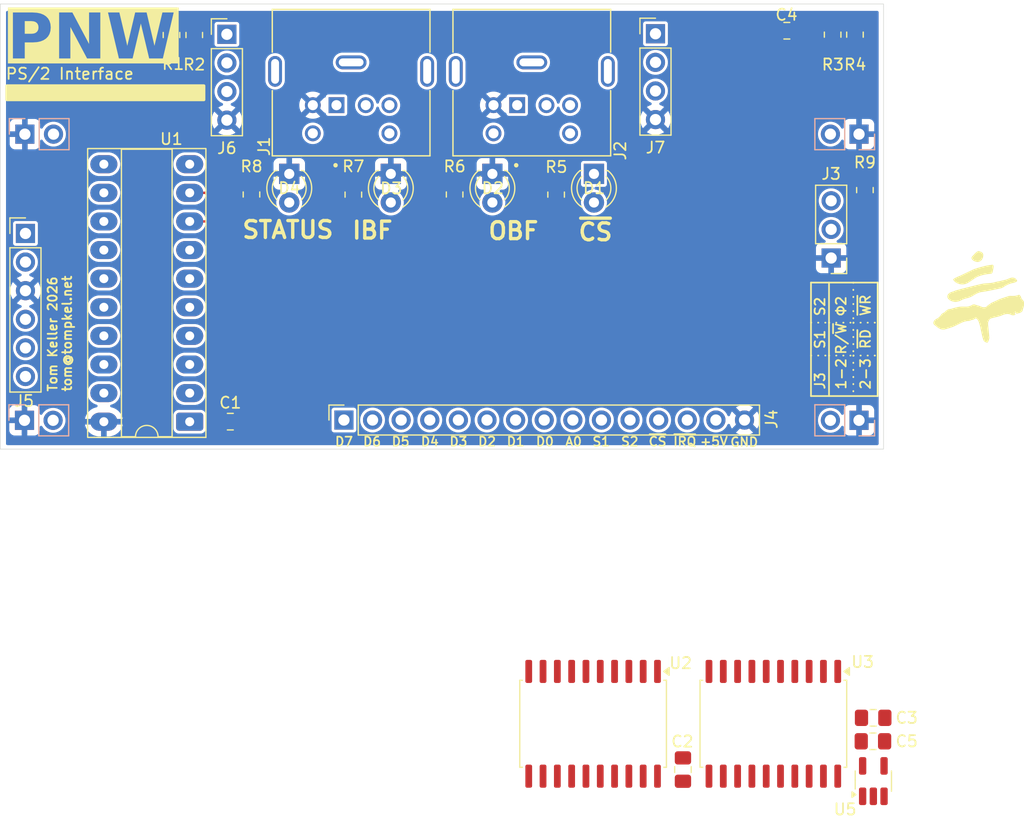
<source format=kicad_pcb>
(kicad_pcb (version 20241229) (generator "pcbnew") (generator_version "9.0")
  (layers (0 "F.Cu" mixed) (4 "In1.Cu" power) (6 "In2.Cu" signal) (2 "B.Cu" power) (5 "F.SilkS" user "F.Silkscreen") (1 "F.Mask" user) (3 "B.Mask" user) (25 "Edge.Cuts" user))
  (net 0 "")
  (net 1 "Net-(D4-A)")
  (net 2 "Net-(R6-Pad2)")
  (net 3 "Net-(D3-A)")
  (net 4 "Net-(D2-A)")
  (net 5 "Net-(D1-A)")
  (net 6 "PS2_DATA1")
  (net 7 "+5V")
  (net 8 "PS2_CLK1")
  (net 9 "PS2_CLK2")
  (net 10 "PS2_DATA2")
  (net 11 "GND")
  (net 12 "/HDATA0")
  (net 13 "CLK_OUT")
  (net 14 "SIG1")
  (net 15 "/HDATA1")
  (net 16 "~{CS}")
  (net 17 "~{IBF_CLR}")
  (net 18 "A0")
  (net 19 "SIG2")
  (net 20 "LE_IN")
  (net 21 "~{IRQ}")
  (net 22 "~{RD_DATA}")
  (net 23 "/IDATA2")
  (net 24 "/IDATA5")
  (net 25 "/IDATA1")
  (net 26 "/IDATA6")
  (net 27 "/IDATA3")
  (net 28 "/IDATA4")
  (net 29 "/IDATA0")
  (net 30 "/IDATA7")
  (net 31 "~{OE_IN}")
  (net 32 "~{AUX}")
  (net 33 "VPP")
  (net 34 "/HDATA2")
  (net 35 "/HDATA5")
  (net 36 "/HDATA7")
  (net 37 "/HDATA6")
  (net 38 "/HDATA4")
  (net 39 "/HDATA3")
  (net 42 "IBF")
  (net 43 "Net-(R8-Pad2)")
  (net 44 "Net-(J3-Pin_3)")
  (net 45 "Net-(J3-Pin_2)")
  (net 49 "A0_REG")
  (net 50 "~{SIG2}")
  (footprint "Package_DIP:DIP-20_W7.62mm_Socket_LongPads" (layer "F.Cu") (at 24.7904 43.434 180)
    (property "Reference" "U1")
    (property "Value" "PIC16F18344-P")
  )
  (footprint "Resistor_SMD:R_0805_2012Metric_Pad1.20x1.40mm_HandSolder" (layer "F.Cu") (at 81.8692 9.072 90)
    (property "Reference" "R3")
    (property "Value" "4K7")
  )
  (footprint "Package_SO:SOIC-20W_7.5x12.8mm_P1.27mm" (layer "F.Cu") (at 60.6044 70.2512 -90)
    (property "Reference" "U2")
    (property "Value" "74AHCT574")
  )
  (footprint "Resistor_SMD:R_0805_2012Metric_Pad1.20x1.40mm_HandSolder" (layer "F.Cu") (at 57.3212 23.2724 90)
    (property "Reference" "R5")
    (property "Value" "300Ω")
  )
  (footprint "Package_SO:SOIC-20W_7.5x12.8mm_P1.27mm" (layer "F.Cu") (at 76.6064 70.2512 -90)
    (property "Reference" "U3")
    (property "Value" "74AHCT373")
  )
  (footprint "Capacitor_SMD:C_0805_2012Metric_Pad1.18x1.45mm_HandSolder" (layer "F.Cu") (at 68.58 74.3152 90)
    (property "Reference" "C2")
    (property "Value" "1µF")
  )
  (footprint "Resistor_SMD:R_0805_2012Metric_Pad1.20x1.40mm_HandSolder" (layer "F.Cu") (at 48.3108 23.2612 90)
    (property "Reference" "R6")
    (property "Value" "300Ω")
  )
  (footprint "Connector_PinHeader_2.54mm:PinHeader_1x04_P2.54mm_Vertical" (layer "F.Cu") (at 28.0924 9.0424)
    (property "Reference" "J6")
    (property "Value" "PS/2 Header")
  )
  (footprint "Capacitor_SMD:C_0805_2012Metric_Pad1.18x1.45mm_HandSolder" (layer "F.Cu") (at 77.8041 8.7241 180)
    (property "Reference" "C4")
    (property "Value" "1µF")
  )
  (footprint "Connector_PinHeader_2.54mm:PinHeader_1x03_P2.54mm_Vertical" (layer "F.Cu") (at 81.7372 28.9 180)
    (property "Reference" "J3")
    (property "Value" "MODE_SELECT")
  )
  (footprint "Capacitor_SMD:C_0805_2012Metric_Pad1.18x1.45mm_HandSolder" (layer "F.Cu") (at 28.3972 43.4288)
    (property "Reference" "C1")
    (property "Value" "1µF")
  )
  (footprint "LED_THT:LED_D3.0mm_FlatTop" (layer "F.Cu") (at 51.662933 21.4324 -90)
    (property "Reference" "D2")
    (property "Value" "LED")
  )
  (footprint "LED_THT:LED_D3.0mm_FlatTop" (layer "F.Cu") (at 60.6796 21.4324 -90)
    (property "Reference" "D1")
    (property "Value" "LED")
  )
  (footprint "Resistor_SMD:R_0805_2012Metric_Pad1.20x1.40mm_HandSolder" (layer "F.Cu") (at 30.2768 23.2612 90)
    (property "Reference" "R8")
    (property "Value" "300Ω")
  )
  (footprint "Resistor_SMD:R_0805_2012Metric_Pad1.20x1.40mm_HandSolder" (layer "F.Cu") (at 25.1968 9.104 90)
    (property "Reference" "R2")
    (property "Value" "4K7")
  )
  (footprint "Resistor_SMD:R_0805_2012Metric_Pad1.20x1.40mm_HandSolder" (layer "F.Cu") (at 83.8504 9.072 -90)
    (property "Reference" "R4")
    (property "Value" "4K7")
  )
  (footprint "LED_THT:LED_D3.0mm_FlatTop" (layer "F.Cu") (at 33.6296 21.4324 -90)
    (property "Reference" "D4")
    (property "Value" "LED")
  )
  (footprint "Capacitor_SMD:C_0805_2012Metric_Pad1.18x1.45mm_HandSolder" (layer "F.Cu") (at 85.4671 69.7217)
    (property "Reference" "C3")
    (property "Value" "1µF")
  )
  (footprint "LED_THT:LED_D3.0mm_FlatTop" (layer "F.Cu") (at 42.646267 21.4324 -90)
    (property "Reference" "D3")
    (property "Value" "LED")
  )
  (footprint "Connector_PinHeader_2.54mm:PinHeader_1x04_P2.54mm_Vertical" (layer "F.Cu") (at 66.1416 8.9916)
    (property "Reference" "J7")
    (property "Value" "PS/2 Header")
  )
  (footprint "Resistor_SMD:R_0805_2012Metric_Pad1.20x1.40mm_HandSolder" (layer "F.Cu") (at 39.3192 23.2724 90)
    (property "Reference" "R7")
    (property "Value" "300Ω")
  )
  (footprint "Library:CUI_MD-60SM" (layer "F.Cu") (at 39.1224 11.5316 180)
    (property "Reference" "J1")
    (property "Value" "PS/2 Connector")
  )
  (footprint "Resistor_SMD:R_0805_2012Metric_Pad1.20x1.40mm_HandSolder" (layer "F.Cu") (at 84.7344 22.8708 -90)
    (property "Reference" "R9")
    (property "Value" "10K")
  )
  (footprint "Resistor_SMD:R_0805_2012Metric_Pad1.20x1.40mm_HandSolder" (layer "F.Cu") (at 23.175736 9.104 -90)
    (property "Reference" "R1")
    (property "Value" "4K7")
  )
  (footprint "Connector_PinHeader_2.54mm:PinHeader_1x06_P2.54mm_Vertical" (layer "F.Cu") (at 10.2108 26.7208)
    (property "Reference" "J5")
    (property "Value" "Conn_PIC_ICSP_ICD")
  )
  (footprint "Capacitor_SMD:C_0805_2012Metric_Pad1.18x1.45mm_HandSolder" (layer "F.Cu") (at 85.4456 71.8045)
    (property "Reference" "C5")
    (property "Value" "1µF")
  )
  (footprint "Package_TO_SOT_SMD:SOT-23-5_HandSoldering" (layer "F.Cu") (at 85.4823 75.3389 90)
    (property "Reference" "U5")
    (property "Value" "74AHCT1G14")
  )
  (footprint "Connector_PinSocket_2.54mm:PinSocket_1x15_P2.54mm_Vertical" (layer "F.Cu") (at 38.485 43.285 90)
    (property "Reference" "J4")
    (property "Value" "Host Interface")
  )
  (footprint "Library:CUI_MD-60SM" (layer "F.Cu") (at 55.1624 11.5316 180)
    (property "Reference" "J2")
    (property "Value" "PS/2 Connector")
  )
  (footprint "Connector_PinHeader_2.54mm:PinHeader_1x02_P2.54mm_Vertical" (layer "B.Cu") (at 84.211 17.905 90)
    (property "Reference" "x3" (hide yes))
    (property "Value" "PinHeader_1x02_P2.54mm_Vertical")
  )
  (footprint "Connector_PinHeader_2.54mm:PinHeader_1x02_P2.54mm_Vertical" (layer "B.Cu") (at 10.16 17.905 -90)
    (property "Reference" "x1" (hide yes))
    (property "Value" "PinHeader_1x02_P2.54mm_Vertical")
  )
  (footprint "Connector_PinHeader_2.54mm:PinHeader_1x02_P2.54mm_Vertical" (layer "B.Cu") (at 10.125 43.31 -90)
    (property "Reference" "x2" (hide yes))
    (property "Value" "PinHeader_1x02_P2.54mm_Vertical")
  )
  (footprint "Connector_PinHeader_2.54mm:PinHeader_1x02_P2.54mm_Vertical" (layer "B.Cu") (at 84.211 43.31 90)
    (property "Reference" "x4" (hide yes))
    (property "Value" "PinHeader_1x02_P2.54mm_Vertical")
  )
  (gr_poly (pts (xy 98.425659 32.167986) (xy 98.433441 32.168831) (xy 98.441175 32.170465) (xy 98.448896 32.172946) (xy 98.456638 32.176335) (xy 98.464434 32.180688) (xy 98.472319 32.186065) (xy 98.480327 32.192526) (xy 98.488491 32.200128) (xy 98.496846 32.20893) (xy 98.505425 32.218991) (xy 98.514262 32.23037) (xy 98.523392 32.243126) (xy 98.532848 32.257318) (xy 98.542665 32.273003) (xy 98.552876 32.290242) (xy 98.563515 32.309092) (xy 98.574616 32.329613) (xy 98.586213 32.351864) (xy 98.592062 32.364243) (xy 98.597326 32.377185) (xy 98.602119 32.390572) (xy 98.606552 32.404285) (xy 98.62293 32.460045) (xy 98.627247 32.473621) (xy 98.631878 32.486816) (xy 98.636933 32.499511) (xy 98.642527 32.511588) (xy 98.64877 32.522929) (xy 98.655775 32.533417) (xy 98.659598 32.538304) (xy 98.663654 32.542933) (xy 98.667957 32.547289) (xy 98.67252 32.551359) (xy 98.70528 32.58029) (xy 98.734633 32.609481) (xy 98.760722 32.638916) (xy 98.783688 32.668584) (xy 98.803677 32.698471) (xy 98.820829 32.728564) (xy 98.835288 32.758851) (xy 98.847197 32.789318) (xy 98.856698 32.819952) (xy 98.863935 32.85074) (xy 98.86905 32.881669) (xy 98.872187 32.912726) (xy 98.873487 32.943898) (xy 98.873094 32.975172) (xy 98.871151 33.006535) (xy 98.8678 33.037974) (xy 98.857448 33.101028) (xy 98.84318 33.164229) (xy 98.826139 33.227473) (xy 98.807468 33.290655) (xy 98.769806 33.41642) (xy 98.753101 33.478794) (xy 98.739336 33.540689) (xy 98.736728 33.553337) (xy 98.733833 33.565467) (xy 98.730552 33.577133) (xy 98.726786 33.588389) (xy 98.722437 33.599288) (xy 98.717407 33.609884) (xy 98.711596 33.620232) (xy 98.704907 33.630385) (xy 98.697241 33.640396) (xy 98.688499 33.65032) (xy 98.678583 33.660211) (xy 98.667395 33.670122) (xy 98.654835 33.680107) (xy 98.640806 33.69022) (xy 98.625208 33.700515) (xy 98.607944 33.711045) (xy 98.545542 33.748641) (xy 98.53232 33.756312) (xy 98.51941 33.763377) (xy 98.506492 33.769878) (xy 98.493245 33.775859) (xy 98.47935 33.781362) (xy 98.464486 33.78643) (xy 98.448334 33.791105) (xy 98.430573 33.79543) (xy 98.410884 33.799449) (xy 98.388947 33.803203) (xy 98.364441 33.806735) (xy 98.337046 33.810087) (xy 98.331578 33.810837) (xy 98.326209 33.811819) (xy 98.320935 33.813011) (xy 98.315751 33.81439) (xy 98.305634 33.817618) (xy 98.29582 33.821319) (xy 98.258813 33.837179) (xy 98.249932 33.84049) (xy 98.241122 33.843173) (xy 98.236731 33.844221) (xy 98.232344 33.845043) (xy 98.227955 33.845617) (xy 98.22356 33.845918) (xy 98.219153 33.845925) (xy 98.214731 33.845614) (xy 98.210288 33.844962) (xy 98.205819 33.843946) (xy 98.20132 33.842544) (xy 98.196785 33.840732) (xy 98.192211 33.838488) (xy 98.187592 33.835788) (xy 98.180202 33.830739) (xy 98.173432 33.82538) (xy 98.167241 33.819758) (xy 98.161587 33.813923) (xy 98.156429 33.807924) (xy 98.151723 33.801811) (xy 98.143505 33.789437) (xy 98.136598 33.777193) (xy 98.130669 33.765472) (xy 98.120406 33.745172) (xy 98.115403 33.737379) (xy 98.112787 33.734244) (xy 98.11004 33.731681) (xy 98.107119 33.72974) (xy 98.103982 33.72847) (xy 98.100589 33.727921) (xy 98.096896 33.728141) (xy 98.092863 33.729179) (xy 98.088447 33.731084) (xy 98.083607 33.733907) (xy 98.078301 33.737695) (xy 98.072487 33.742498) (xy 98.066123 33.748364) (xy 98.059167 33.755344) (xy 98.051579 33.763486) (xy 98.047399 33.768422) (xy 98.044006 33.773117) (xy 98.041356 33.777587) (xy 98.039408 33.781849) (xy 98.038117 33.78592) (xy 98.037441 33.789814) (xy 98.037337 33.793549) (xy 98.037763 33.797141) (xy 98.038675 33.800607) (xy 98.04003 33.803962) (xy 98.041786 33.807223) (xy 98.0439 33.810407) (xy 98.046329 33.813529) (xy 98.04903 33.816606) (xy 98.055075 33.822691) (xy 98.068544 33.835037) (xy 98.075281 33.841561) (xy 98.0785 33.844967) (xy 98.081562 33.848491) (xy 98.084425 33.85215) (xy 98.087045 33.85596) (xy 98.089379 33.859937) (xy 98.091386 33.864098) (xy 98.093021 33.868458) (xy 98.094242 33.873034) (xy 98.095006 33.877843) (xy 98.09527 33.882901) (xy 98.09518 33.888185) (xy 98.094915 33.893075) (xy 98.094484 33.89759) (xy 98.093895 33.901749) (xy 98.093155 33.90557) (xy 98.092273 33.909073) (xy 98.091256 33.912277) (xy 98.090113 33.915199) (xy 98.088852 33.917859) (xy 98.087481 33.920276) (xy 98.086008 33.922468) (xy 98.084441 33.924455) (xy 98.082788 33.926254) (xy 98.081057 33.927885) (xy 98.079256 33.929367) (xy 98.077393 33.930718) (xy 98.073514 33.933103) (xy 98.069485 33.935191) (xy 98.061233 33.939076) (xy 98.057139 33.941174) (xy 98.053152 33.943576) (xy 98.051219 33.944938) (xy 98.049337 33.946432) (xy 98.047513 33.948078) (xy 98.045757 33.949893) (xy 98.043442 33.952274) (xy 98.040885 33.954555) (xy 98.038103 33.956736) (xy 98.035107 33.958821) (xy 98.028532 33.962707) (xy 98.021272 33.966231) (xy 98.013436 33.969408) (xy 98.005134 33.972256) (xy 97.996478 33.97479) (xy 97.987576 33.977026) (xy 97.978539 33.978982) (xy 97.969478 33.980674) (xy 97.960503 33.982117) (xy 97.951723 33.98333) (xy 97.935193 33.985126) (xy 97.920769 33.986194) (xy 97.900197 33.987247) (xy 97.879849 33.987884) (xy 97.859857 33.987852) (xy 97.850037 33.987506) (xy 97.840357 33.986897) (xy 97.830834 33.985995) (xy 97.821484 33.984768) (xy 97.812325 33.983184) (xy 97.803373 33.981211) (xy 97.794645 33.978818) (xy 97.786158 33.975973) (xy 97.777929 33.972645) (xy 97.769974 33.968802) (xy 97.715063 33.942097) (xy 97.660631 33.919937) (xy 97.606613 33.902145) (xy 97.552944 33.888547) (xy 97.499559 33.878968) (xy 97.446391 33.873233) (xy 97.393376 33.871167) (xy 97.340449 33.872595) (xy 97.287544 33.877343) (xy 97.234597 33.885235) (xy 97.181541 33.896096) (xy 97.128311 33.909752) (xy 97.074843 33.926028) (xy 97.021071 33.944748) (xy 96.966929 33.965738) (xy 96.912353 33.988823) (xy 96.869074 34.007094) (xy 96.825259 34.02421) (xy 96.780956 34.040269) (xy 96.736215 34.055367) (xy 96.645615 34.083071) (xy 96.553847 34.108099) (xy 96.461304 34.131229) (xy 96.368376 34.15324) (xy 96.182932 34.197015) (xy 96.07197 34.223888) (xy 96.025318 34.23559) (xy 95.98384 34.246892) (xy 95.947001 34.25836) (xy 95.914266 34.270562) (xy 95.8851 34.284065) (xy 95.871688 34.291482) (xy 95.858968 34.299437) (xy 95.846872 34.308) (xy 95.835335 34.317243) (xy 95.824289 34.327237) (xy 95.813667 34.338052) (xy 95.803403 34.349759) (xy 95.793429 34.36243) (xy 95.78368 34.376135) (xy 95.774087 34.390945) (xy 95.755104 34.424163) (xy 95.735947 34.462652) (xy 95.716081 34.506979) (xy 95.69497 34.557712) (xy 95.689568 34.571746) (xy 95.684786 34.58574) (xy 95.680614 34.599891) (xy 95.677043 34.614395) (xy 95.674064 34.62945) (xy 95.671667 34.645253) (xy 95.669844 34.662001) (xy 95.668584 34.67989) (xy 95.667879 34.699119) (xy 95.66772 34.719883) (xy 95.668999 34.766808) (xy 95.672347 34.822241) (xy 95.677691 34.887759) (xy 95.684955 34.964939) (xy 95.694065 35.055356) (xy 95.717525 35.282209) (xy 95.747477 35.58093) (xy 95.7647 35.761182) (xy 95.783323 35.96413) (xy 95.783246 35.981023) (xy 95.780727 36.00415) (xy 95.775953 36.032491) (xy 95.769113 36.065031) (xy 95.760397 36.100752) (xy 95.749992 36.138637) (xy 95.738088 36.177667) (xy 95.724873 36.216825) (xy 95.710535 36.255095) (xy 95.695263 36.291459) (xy 95.679247 36.324899) (xy 95.662673 36.354398) (xy 95.645732 36.378939) (xy 95.637182 36.389031) (xy 95.628612 36.397503) (xy 95.620043 36.404226) (xy 95.6115 36.409074) (xy 95.603007 36.41192) (xy 95.594587 36.412635) (xy 95.571689 36.410524) (xy 95.547687 36.406357) (xy 95.522874 36.400267) (xy 95.497541 36.392388) (xy 95.471982 36.382854) (xy 95.446489 36.371797) (xy 95.421355 36.359352) (xy 95.396873 36.345651) (xy 95.373335 36.330828) (xy 95.351034 36.315016) (xy 95.330262 36.29835) (xy 95.311313 36.280961) (xy 95.294478 36.262984) (xy 95.280051 36.244553) (xy 95.273832 36.235208) (xy 95.268324 36.2258) (xy 95.263564 36.216344) (xy 95.259589 36.206859) (xy 95.238941 36.14964) (xy 95.219635 36.091692) (xy 95.184532 35.973929) (xy 95.153253 35.854227) (xy 95.124769 35.733238) (xy 95.072074 35.490019) (xy 95.045805 35.369098) (xy 95.018219 35.249509) (xy 95.014601 35.233485) (xy 95.01144 35.21758) (xy 95.006182 35.186082) (xy 94.997753 35.124006) (xy 94.993345 35.093245) (xy 94.987982 35.062548) (xy 94.984749 35.047195) (xy 94.981046 35.031822) (xy 94.976794 35.01642) (xy 94.971917 35.000976) (xy 94.945228 34.915625) (xy 94.920432 34.828003) (xy 94.895767 34.739811) (xy 94.869468 34.652752) (xy 94.855155 34.610179) (xy 94.839772 34.568528) (xy 94.823098 34.528011) (xy 94.804914 34.488842) (xy 94.784999 34.451232) (xy 94.763132 34.415395) (xy 94.739092 34.381543) (xy 94.71266 34.34989) (xy 94.693042 34.329241) (xy 94.67451 34.311616) (xy 94.656988 34.296856) (xy 94.6404 34.2848) (xy 94.62467 34.275287) (xy 94.609724 34.268158) (xy 94.595486 34.263252) (xy 94.581879 34.260409) (xy 94.568829 34.259467) (xy 94.556259 34.260268) (xy 94.544095 34.262651) (xy 94.532259 34.266455) (xy 94.520678 34.27152) (xy 94.509274 34.277686) (xy 94.497973 34.284792) (xy 94.4867 34.292678) (xy 94.44036 34.328817) (xy 94.415386 34.347398) (xy 94.402182 34.356255) (xy 94.388401 34.364609) (xy 94.373966 34.372301) (xy 94.358802 34.379169) (xy 94.342832 34.385054) (xy 94.325982 34.389795) (xy 94.308176 34.393231) (xy 94.289338 34.395203) (xy 94.269392 34.39555) (xy 94.248264 34.394112) (xy 94.245251 34.394127) (xy 94.241295 34.394703) (xy 94.230794 34.397386) (xy 94.217248 34.401866) (xy 94.201145 34.40785) (xy 94.163218 34.423154) (xy 94.120911 34.440947) (xy 94.078125 34.458877) (xy 94.038759 34.474593) (xy 94.021577 34.480886) (xy 94.006712 34.485744) (xy 93.994653 34.488873) (xy 93.985885 34.489979) (xy 93.894827 34.492869) (xy 93.807111 34.501284) (xy 93.722419 34.514737) (xy 93.640432 34.532743) (xy 93.560833 34.554815) (xy 93.483302 34.580467) (xy 93.407521 34.609215) (xy 93.333172 34.640573) (xy 92.75171 34.92707) (xy 92.645602 34.973115) (xy 92.537977 35.016177) (xy 92.429064 35.056538) (xy 92.319094 35.09448) (xy 92.2083 35.130286) (xy 92.096911 35.164237) (xy 91.985159 35.196617) (xy 91.873276 35.227707) (xy 91.833936 35.237359) (xy 91.795346 35.244686) (xy 91.757486 35.249775) (xy 91.720336 35.252715) (xy 91.683874 35.253595) (xy 91.64808 35.252502) (xy 91.612933 35.249525) (xy 91.578412 35.244752) (xy 91.544498 35.238272) (xy 91.511169 35.230173) (xy 91.478405 35.220543) (xy 91.446185 35.209471) (xy 91.383294 35.183352) (xy 91.322332 35.152523) (xy 91.263133 35.117691) (xy 91.205532 35.079563) (xy 91.149365 35.038844) (xy 91.094466 34.996242) (xy 90.884246 34.82113) (xy 90.870485 34.808716) (xy 90.858292 34.795587) (xy 90.847628 34.781796) (xy 90.838453 34.767396) (xy 90.83073 34.752442) (xy 90.824419 34.736986) (xy 90.819482 34.721083) (xy 90.815879 34.704785) (xy 90.813573 34.688147) (xy 90.812524 34.671221) (xy 90.812693 34.654061) (xy 90.814042 34.636722) (xy 90.816532 34.619255) (xy 90.820124 34.601715) (xy 90.82478 34.584156) (xy 90.83046 34.56663) (xy 90.837126 34.549192) (xy 90.84474 34.531894) (xy 90.853261 34.514791) (xy 90.862652 34.497935) (xy 90.872874 34.481381) (xy 90.883888 34.465181) (xy 90.895656 34.44939) (xy 90.908137 34.434061) (xy 90.921295 34.419247) (xy 90.935089 34.405002) (xy 90.949482 34.391379) (xy 90.964434 34.378432) (xy 90.979907 34.366215) (xy 90.995861 34.35478) (xy 91.012259 34.344182) (xy 91.029061 34.334473) (xy 91.103339 34.293162) (xy 91.138598 34.272615) (xy 91.172654 34.251897) (xy 91.205546 34.230824) (xy 91.237312 34.209214) (xy 91.26799 34.186882) (xy 91.297619 34.163645) (xy 91.326236 34.139321) (xy 91.35388 34.113726) (xy 91.380589 34.086677) (xy 91.406402 34.057991) (xy 91.431356 34.027484) (xy 91.455489 33.994972) (xy 91.47884 33.960274) (xy 91.501448 33.923205) (xy 91.505635 33.91641) (xy 91.510272 33.909658) (xy 91.515339 33.902949) (xy 91.52082 33.896286) (xy 91.532954 33.883102) (xy 91.546531 33.870114) (xy 91.561411 33.857334) (xy 91.577454 33.844771) (xy 91.594519 33.832437) (xy 91.612465 33.82034) (xy 91.631152 33.808492) (xy 91.650438 33.796902) (xy 91.670184 33.785582) (xy 91.690249 33.774541) (xy 91.730772 33.753338) (xy 91.770882 33.733375) (xy 91.775232 33.731073) (xy 91.779678 33.728384) (xy 91.784227 33.72533) (xy 91.788883 33.721937) (xy 91.79365 33.718229) (xy 91.798535 33.714228) (xy 91.80354 33.70996) (xy 91.808673 33.705449) (xy 91.819337 33.695792) (xy 91.830567 33.685448) (xy 91.8424 33.674611) (xy 91.854878 33.663473) (xy 91.859432 33.659238) (xy 91.863604 33.654906) (xy 91.867519 33.650446) (xy 91.871308 33.645825) (xy 91.879015 33.635977) (xy 91.883189 33.630686) (xy 91.887748 33.625109) (xy 91.892819 33.619213) (xy 91.898532 33.612967) (xy 91.905013 33.606339) (xy 91.91239 33.599298) (xy 91.920792 33.591813) (xy 91.925417 33.587893) (xy 91.930347 33.583851) (xy 91.935597 33.579681) (xy 91.941182 33.575381) (xy 91.94712 33.570945) (xy 91.953426 33.566371) (xy 91.95814 33.562418) (xy 91.962804 33.558735) (xy 91.967406 33.555304) (xy 91.971931 33.552108) (xy 91.976366 33.54913) (xy 91.980694 33.54635) (xy 91.98898 33.541317) (xy 92.003663 33.532857) (xy 92.009835 33.529146) (xy 92.012578 33.527357) (xy 92.015074 33.52559) (xy 92.029319 33.515163) (xy 92.043422 33.505147) (xy 92.057066 33.495765) (xy 92.069931 33.487244) (xy 92.07819 33.481995) (xy 92.087585 33.476178) (xy 92.107976 33.463913) (xy 92.12749 33.452598) (xy 92.135789 33.447968) (xy 92.142515 33.44438) (xy 92.151963 33.439656) (xy 92.160596 33.43561) (xy 92.168476 33.432192) (xy 92.175664 33.429352) (xy 92.18222 33.42704) (xy 92.188206 33.425207) (xy 92.193683 33.423802) (xy 92.198712 33.422775) (xy 92.203354 33.422077) (xy 92.20767 33.421657) (xy 92.211722 33.421466) (xy 92.215569 33.421453) (xy 92.230144 33.422191) (xy 92.252529 33.423148) (xy 92.273337 33.423722) (xy 92.29302 33.42376) (xy 92.312029 33.423108) (xy 92.321421 33.422475) (xy 92.330814 33.421612) (xy 92.340264 33.4205) (xy 92.349827 33.41912) (xy 92.35956 33.417452) (xy 92.369519 33.415477) (xy 92.379761 33.413177) (xy 92.390341 33.410532) (xy 92.440666 33.396854) (xy 92.479699 33.385327) (xy 92.510484 33.375442) (xy 92.536062 33.366692) (xy 92.559477 33.358568) (xy 92.58377 33.350561) (xy 92.611985 33.342164) (xy 92.647163 33.332867) (xy 92.788298 33.298107) (xy 92.909316 33.270001) (xy 93.015408 33.248115) (xy 93.111763 33.232012) (xy 93.15791 33.225995) (xy 93.20357 33.22126) (xy 93.24939 33.217754) (xy 93.296019 33.215422) (xy 93.344106 33.21421) (xy 93.3943 33.214064) (xy 93.503602 33.21675) (xy 93.593389 33.219825) (xy 93.680958 33.220875) (xy 93.724066 33.220151) (xy 93.766805 33.218333) (xy 93.809239 33.215225) (xy 93.85143 33.210632) (xy 93.893439 33.204357) (xy 93.935329 33.196204) (xy 93.977162 33.185979) (xy 94.019001 33.173484) (xy 94.060907 33.158523) (xy 94.102944 33.140902) (xy 94.145172 33.120425) (xy 94.187655 33.096894) (xy 94.235315 33.06989) (xy 94.25685 33.05858) (xy 94.277019 33.048661) (xy 94.295945 33.040079) (xy 94.313753 33.032782) (xy 94.330564 33.026716) (xy 94.346501 33.021827) (xy 94.361689 33.018064) (xy 94.37625 33.015373) (xy 94.390307 33.0137) (xy 94.403984 33.012992) (xy 94.417403 33.013197) (xy 94.430688 33.014261) (xy 94.443962 33.016131) (xy 94.457347 33.018754) (xy 94.484947 33.026046) (xy 94.514471 33.035711) (xy 94.583238 33.060461) (xy 94.624449 33.074696) (xy 94.671527 33.089603) (xy 94.725455 33.104759) (xy 94.755296 33.112296) (xy 94.787219 33.119736) (xy 94.800448 33.122857) (xy 94.813085 33.126152) (xy 94.825197 33.129596) (xy 94.83685 33.133165) (xy 94.85904 33.140584) (xy 94.880182 33.148216) (xy 94.921434 33.16335) (xy 94.942598 33.170467) (xy 94.953546 33.173829) (xy 94.964824 33.177028) (xy 94.993007 33.185286) (xy 95.017483 33.193619) (xy 95.038802 33.201943) (xy 95.057513 33.210175) (xy 95.074165 33.21823) (xy 95.089306 33.226025) (xy 95.117253 33.240499) (xy 95.131157 33.24701) (xy 95.145747 33.252925) (xy 95.161571 33.25816) (xy 95.179179 33.262631) (xy 95.188823 33.264554) (xy 95.199119 33.266255) (xy 95.210136 33.267723) (xy 95.221941 33.268947) (xy 95.234605 33.269918) (xy 95.248194 33.270624) (xy 95.278426 33.271202) (xy 95.313904 33.270903) (xy 95.345459 33.269992) (xy 95.373423 33.26845) (xy 95.398128 33.266257) (xy 95.419908 33.263392) (xy 95.439093 33.259836) (xy 95.456018 33.255569) (xy 95.471014 33.250571) (xy 95.484414 33.244822) (xy 95.496551 33.238302) (xy 95.507757 33.230991) (xy 95.518364 33.22287) (xy 95.528706 33.213918) (xy 95.539114 33.204115) (xy 95.56146 33.181879) (xy 95.583918 33.161655) (xy 95.623386 33.128723) (xy 95.675989 33.086708) (xy 95.737849 33.039235) (xy 95.80509 32.989931) (xy 95.839517 32.965725) (xy 95.873835 32.942421) (xy 95.907561 32.920473) (xy 95.940208 32.900332) (xy 95.971294 32.882453) (xy 96.000333 32.867289) (xy 96.062973 32.837415) (xy 96.128396 32.807472) (xy 96.27443 32.741841) (xy 96.358462 32.703383) (xy 96.452118 32.659317) (xy 96.557108 32.608257) (xy 96.675143 32.548819) (xy 97.523753 32.26822) (xy 97.554828 32.264471) (xy 97.589093 32.262444) (xy 97.62635 32.261765) (xy 97.666399 32.262062) (xy 97.850565 32.265551) (xy 97.901609 32.265137) (xy 97.954256 32.263461) (xy 98.00831 32.260153) (xy 98.063571 32.25484) (xy 98.119843 32.247148) (xy 98.176927 32.236706) (xy 98.234624 32.22314) (xy 98.292737 32.206078) (xy 98.376075 32.176191) (xy 98.384853 32.173537) (xy 98.393381 32.171319) (xy 98.401691 32.169596) (xy 98.409818 32.168427) (xy 98.417796 32.167871)) (fill yes) (layer "F.SilkS"))
  (gr_poly (pts (xy 96.056283 29.49988) (xy 96.070593 29.501995) (xy 96.083622 29.505583) (xy 96.095413 29.510589) (xy 96.106011 29.51696) (xy 96.115459 29.52464) (xy 96.123802 29.533575) (xy 96.131084 29.543709) (xy 96.137348 29.554989) (xy 96.142639 29.567359) (xy 96.147001 29.580766) (xy 96.150477 29.595153) (xy 96.153112 29.610467) (xy 96.156033 29.643656) (xy 96.156116 29.679895) (xy 96.153714 29.718747) (xy 96.149178 29.759773) (xy 96.142861 29.802537) (xy 96.126288 29.891528) (xy 96.106812 29.98222) (xy 96.086143 30.078309) (xy 96.077458 30.117607) (xy 96.069088 30.151672) (xy 96.060443 30.180954) (xy 96.055835 30.193942) (xy 96.050937 30.205903) (xy 96.045676 30.216892) (xy 96.039979 30.226967) (xy 96.033772 30.236183) (xy 96.026982 30.244596) (xy 96.019535 30.252262) (xy 96.011357 30.259239) (xy 96.002375 30.265581) (xy 95.992515 30.271345) (xy 95.981704 30.276588) (xy 95.969868 30.281364) (xy 95.956934 30.285732) (xy 95.942828 30.289746) (xy 95.910805 30.296938) (xy 95.873211 30.303391) (xy 95.829458 30.309555) (xy 95.778957 30.315877) (xy 95.705542 30.322883) (xy 95.629768 30.331874) (xy 95.552071 30.342835) (xy 95.472886 30.355752) (xy 95.392645 30.370611) (xy 95.311784 30.387399) (xy 95.230736 30.4061) (xy 95.149937 30.426702) (xy 95.069819 30.44919) (xy 94.990818 30.473549) (xy 94.913368 30.499767) (xy 94.837902 30.527828) (xy 94.764855 30.557719) (xy 94.694662 30.589426) (xy 94.627756 30.622934) (xy 94.564573 30.65823) (xy 94.51715 30.686988) (xy 94.470265 30.716702) (xy 94.37775 30.778343) (xy 94.195236 30.905873) (xy 94.103809 30.969131) (xy 94.011314 31.030298) (xy 93.964443 31.059685) (xy 93.917038 31.088057) (xy 93.869008 31.115248) (xy 93.820264 31.141094) (xy 93.77887 31.160954) (xy 93.736746 31.178623) (xy 93.693979 31.194129) (xy 93.650657 31.207498) (xy 93.606865 31.218755) (xy 93.562691 31.227927) (xy 93.518221 31.235041) (xy 93.473544 31.240123) (xy 93.428744 31.243198) (xy 93.38391 31.244294) (xy 93.339128 31.243437) (xy 93.294486 31.240653) (xy 93.250069 31.235967) (xy 93.205965 31.229408) (xy 93.162261 31.221) (xy 93.119044 31.21077) (xy 93.0764 31.198745) (xy 93.034416 31.18495) (xy 92.99318 31.169412) (xy 92.952778 31.152158) (xy 92.913297 31.133213) (xy 92.874824 31.112604) (xy 92.837445 31.090357) (xy 92.801249 31.066499) (xy 92.76632 31.041056) (xy 92.732748 31.014053) (xy 92.700617 30.985518) (xy 92.670016 30.955476) (xy 92.641031 30.923955) (xy 92.613749 30.890979) (xy 92.588256 30.856576) (xy 92.56464 30.820772) (xy 92.563895 30.819005) (xy 92.563668 30.816975) (xy 92.563929 30.814702) (xy 92.564649 30.812204) (xy 92.565801 30.809499) (xy 92.567354 30.806606) (xy 92.569279 30.803543) (xy 92.571549 30.800327) (xy 92.577002 30.793515) (xy 92.583482 30.786315) (xy 92.590756 30.778875) (xy 92.598593 30.771341) (xy 92.606761 30.763861) (xy 92.615027 30.75658) (xy 92.630926 30.743205) (xy 92.644436 30.732391) (xy 92.653699 30.72531) (xy 92.664275 30.718056) (xy 92.678123 30.709427) (xy 92.713817 30.688922) (xy 92.75714 30.665536) (xy 92.804452 30.641012) (xy 92.852113 30.617093) (xy 92.89648 30.59552) (xy 92.933914 30.578036) (xy 92.960775 30.566384) (xy 93.059247 30.527482) (xy 93.096029 30.512685) (xy 93.132553 30.497125) (xy 93.174852 30.477905) (xy 93.22896 30.452124) (xy 93.396737 30.369287) (xy 94.344051 29.918878) (xy 94.412021 29.891616) (xy 94.490461 29.863289) (xy 94.670551 29.805) (xy 94.867924 29.747128) (xy 95.066183 29.69279) (xy 95.399763 29.60718) (xy 95.540109 29.573103) (xy 95.706761 29.544356) (xy 95.863587 29.520284) (xy 95.945357 29.509283) (xy 96.023644 29.50029) (xy 96.040648 29.499294)) (fill yes) (layer "F.SilkS"))
  (gr_poly (pts (xy 97.875043 30.639199) (xy 97.901189 30.64187) (xy 97.926846 30.646007) (xy 97.952001 30.651639) (xy 97.976644 30.658792) (xy 98.000762 30.667496) (xy 98.024343 30.677777) (xy 98.047376 30.689665) (xy 98.069849 30.703188) (xy 98.091749 30.718373) (xy 98.113066 30.735248) (xy 98.133786 30.753842) (xy 98.153898 30.774182) (xy 98.173391 30.796297) (xy 98.192253 30.820215) (xy 98.210471 30.845964) (xy 98.228033 30.873571) (xy 98.244929 30.903065) (xy 98.24668 30.906802) (xy 98.24804 30.910908) (xy 98.248949 30.915369) (xy 98.249351 30.920169) (xy 98.249188 30.925293) (xy 98.248401 30.930726) (xy 98.246933 30.936451) (xy 98.244726 30.942455) (xy 98.241722 30.948722) (xy 98.237863 30.955236) (xy 98.233092 30.961982) (xy 98.22735 30.968945) (xy 98.22058 30.97611) (xy 98.212724 30.983462) (xy 98.203725 30.990984) (xy 98.193523 30.998663) (xy 98.182062 31.006482) (xy 98.169283 31.014427) (xy 98.155129 31.022482) (xy 98.139542 31.030631) (xy 98.122463 31.038861) (xy 98.103836 31.047154) (xy 98.083603 31.055497) (xy 98.061705 31.063873) (xy 98.038084 31.072268) (xy 98.012683 31.080667) (xy 97.985444 31.089053) (xy 97.95631 31.097412) (xy 97.925221 31.105729) (xy 97.892122 31.113988) (xy 97.856952 31.122174) (xy 97.819656 31.130271) (xy 97.786722 31.137475) (xy 97.755547 31.144888) (xy 97.725976 31.152514) (xy 97.697857 31.160357) (xy 97.645355 31.176714) (xy 97.596814 31.193992) (xy 97.551006 31.212225) (xy 97.5067 31.231449) (xy 97.417683 31.273005) (xy 97.284124 31.33696) (xy 97.237541 31.360332) (xy 97.197962 31.381698) (xy 97.160542 31.403859) (xy 97.120436 31.429615) (xy 97.072798 31.461763) (xy 97.012782 31.503104) (xy 96.988182 31.518745) (xy 96.961633 31.533115) (xy 96.933199 31.546341) (xy 96.902943 31.558551) (xy 96.870929 31.569871) (xy 96.837221 31.580429) (xy 96.801883 31.590352) (xy 96.764978 31.599767) (xy 96.686724 31.617582) (xy 96.602969 31.634889) (xy 96.420998 31.67205) (xy 96.098927 31.740221) (xy 95.757586 31.80881) (xy 95.585295 31.8412) (xy 95.414914 31.871219) (xy 95.248687 31.898042) (xy 95.088856 31.920846) (xy 95.044023 31.927783) (xy 94.999967 31.9366) (xy 94.956637 31.947176) (xy 94.913982 31.959388) (xy 94.830492 31.988239) (xy 94.749089 32.022178) (xy 94.669362 32.060233) (xy 94.590902 32.101432) (xy 94.436149 32.189371) (xy 94.281555 32.278213) (xy 94.203295 32.320541) (xy 94.123847 32.360176) (xy 94.042802 32.396147) (xy 93.959751 32.42748) (xy 93.917346 32.441104) (xy 93.874285 32.453203) (xy 93.830519 32.463657) (xy 93.785995 32.472343) (xy 93.74853 32.479508) (xy 93.711219 32.487961) (xy 93.674063 32.49761) (xy 93.637065 32.508361) (xy 93.600226 32.520121) (xy 93.563548 32.532796) (xy 93.490685 32.560522) (xy 93.418489 32.590792) (xy 93.346977 32.62286) (xy 93.206064 32.689407) (xy 93.148558 32.715148) (xy 93.091274 32.737296) (xy 93.034204 32.755848) (xy 92.97734 32.770801) (xy 92.920672 32.782152) (xy 92.864192 32.789898) (xy 92.807892 32.794036) (xy 92.751763 32.794564) (xy 92.695797 32.791477) (xy 92.639985 32.784774) (xy 92.584318 32.774451) (xy 92.528789 32.760505) (xy 92.473388 32.742934) (xy 92.418108 32.721733) (xy 92.362939 32.696901) (xy 92.307874 32.668435) (xy 92.282834 32.653961) (xy 92.259008 32.638797) (xy 92.236412 32.622981) (xy 92.215063 32.60655) (xy 92.194977 32.589538) (xy 92.17617 32.571984) (xy 92.158659 32.553924) (xy 92.142461 32.535394) (xy 92.127591 32.516432) (xy 92.114066 32.497074) (xy 92.101903 32.477356) (xy 92.091118 32.457315) (xy 92.081727 32.436988) (xy 92.073747 32.416412) (xy 92.067194 32.395623) (xy 92.062085 32.374657) (xy 92.058435 32.353552) (xy 92.056262 32.332344) (xy 92.055582 32.31107) (xy 92.056411 32.289766) (xy 92.058765 32.268469) (xy 92.062662 32.247215) (xy 92.068117 32.226043) (xy 92.075146 32.204987) (xy 92.083767 32.184084) (xy 92.093996 32.163372) (xy 92.105848 32.142887) (xy 92.119341 32.122665) (xy 92.134491 32.102744) (xy 92.151314 32.083159) (xy 92.169827 32.063948) (xy 92.190046 32.045147) (xy 92.20702 32.030688) (xy 92.223962 32.01724) (xy 92.240883 32.004743) (xy 92.257797 31.993135) (xy 92.291653 31.972341) (xy 92.325629 31.95437) (xy 92.359826 31.93873) (xy 92.394344 31.924932) (xy 92.429283 31.912486) (xy 92.464743 31.900903) (xy 92.537628 31.878365) (xy 92.575254 31.866431) (xy 92.613802 31.8534) (xy 92.653372 31.838782) (xy 92.694065 31.822088) (xy 92.735981 31.802828) (xy 92.77922 31.780511) (xy 93.016911 31.719786) (xy 93.17475 31.676885) (xy 93.286109 31.645576) (xy 93.384357 31.619627) (xy 94.060138 31.450682) (xy 94.127053 31.431748) (xy 94.198899 31.413094) (xy 94.344239 31.378358) (xy 94.549493 31.331249) (xy 94.721239 31.286851) (xy 94.869709 31.250402) (xy 94.997598 31.221055) (xy 95.107603 31.197965) (xy 95.20242 31.180286) (xy 95.284743 31.167173) (xy 95.357269 31.15778) (xy 95.422693 31.151262) (xy 95.667292 31.137023) (xy 95.817072 31.125166) (xy 95.908267 31.115094) (xy 96.013927 31.101132) (xy 96.048422 31.09596) (xy 96.079692 31.090756) (xy 96.107998 31.085547) (xy 96.133602 31.080359) (xy 96.177751 31.07016) (xy 96.214232 31.060377) (xy 96.272568 31.042935) (xy 96.29861 31.035713) (xy 96.325359 31.029782) (xy 96.341723 31.026625) (xy 96.356414 31.023615) (xy 96.370264 31.0206) (xy 96.384103 31.017429) (xy 96.455957 31.000167) (xy 96.467488 30.998408) (xy 96.477625 30.99668) (xy 96.486543 30.994982) (xy 96.494419 30.993311) (xy 96.501427 30.991663) (xy 96.507743 30.990038) (xy 96.519003 30.986843) (xy 96.529603 30.983704) (xy 96.540948 30.980603) (xy 96.547339 30.97906) (xy 96.554443 30.977519) (xy 96.562436 30.975977) (xy 96.571493 30.974432) (xy 96.590627 30.971601) (xy 96.608658 30.96926) (xy 96.626733 30.96697) (xy 96.645999 30.964292) (xy 96.667603 30.960788) (xy 96.679641 30.958589) (xy 96.692693 30.956019) (xy 96.706904 30.953024) (xy 96.722416 30.949548) (xy 96.739373 30.945537) (xy 96.757918 30.940935) (xy 96.828012 30.922737) (xy 96.873486 30.910431) (xy 96.906322 30.901727) (xy 96.921746 30.898009) (xy 96.938506 30.894334) (xy 97.037051 30.873263) (xy 97.122341 30.854037) (xy 97.195741 30.836271) (xy 97.25862 30.819584) (xy 97.312342 30.803593) (xy 97.358275 30.787916) (xy 97.397783 30.772171) (xy 97.432235 30.755974) (xy 97.49604 30.725115) (xy 97.558554 30.698549) (xy 97.61968 30.6765) (xy 97.679325 30.659192) (xy 97.737394 30.646851) (xy 97.79379 30.639701) (xy 97.821332 30.638143) (xy 97.84842 30.637966)) (fill yes) (layer "F.SilkS"))
  (gr_poly (pts (xy 94.862286 28.289361) (xy 94.883682 28.292361) (xy 94.905256 28.297535) (xy 94.927019 28.304973) (xy 94.948981 28.314766) (xy 94.9672 28.323119) (xy 94.986623 28.330984) (xy 95.028101 28.346938) (xy 95.049666 28.355871) (xy 95.071455 28.366004) (xy 95.093223 28.377759) (xy 95.104022 28.384377) (xy 95.114725 28.391559) (xy 95.125299 28.399358) (xy 95.135716 28.407826) (xy 95.145943 28.417016) (xy 95.155951 28.426981) (xy 95.165708 28.437774) (xy 95.175185 28.449448) (xy 95.18435 28.462054) (xy 95.193173 28.475647) (xy 95.201623 28.490278) (xy 95.20967 28.506001) (xy 95.217283 28.522869) (xy 95.224432 28.540933) (xy 95.231085 28.560247) (xy 95.237212 28.580864) (xy 95.242783 28.602836) (xy 95.247766 28.626216) (xy 95.244411 28.643882) (xy 95.241489 28.66199) (xy 95.236605 28.699072) (xy 95.228251 28.773465) (xy 95.223398 28.808931) (xy 95.220501 28.825827) (xy 95.217174 28.842012) (xy 95.213332 28.857369) (xy 95.208888 28.871785) (xy 95.203755 28.885142) (xy 95.197848 28.897326) (xy 95.18322 28.924942) (xy 95.170432 28.950473) (xy 95.148279 28.996211) (xy 95.137865 29.016886) (xy 95.127195 29.03641) (xy 95.115743 29.055015) (xy 95.102986 29.072936) (xy 95.095954 29.081713) (xy 95.088399 29.090406) (xy 95.080255 29.099046) (xy 95.071458 29.10766) (xy 95.061941 29.116278) (xy 95.051639 29.124929) (xy 95.040486 29.133643) (xy 95.028417 29.142448) (xy 95.015366 29.151374) (xy 95.001268 29.160451) (xy 94.986058 29.169706) (xy 94.969669 29.17917) (xy 94.933094 29.19884) (xy 94.891019 29.219694) (xy 94.870578 29.228374) (xy 94.84888 29.235519) (xy 94.826043 29.241164) (xy 94.802186 29.245343) (xy 94.777426 29.248091) (xy 94.75188 29.249441) (xy 94.725668 29.24943) (xy 94.698905 29.24809) (xy 94.644202 29.241566) (xy 94.588714 29.230144) (xy 94.533383 29.214101) (xy 94.479152 29.193712) (xy 94.426961 29.169253) (xy 94.377754 29.141001) (xy 94.354564 29.125538) (xy 94.332474 29.109231) (xy 94.3116 29.092113) (xy 94.292061 29.074219) (xy 94.273974 29.055584) (xy 94.257458 29.036242) (xy 94.24263 29.016227) (xy 94.229608 28.995574) (xy 94.21851 28.974318) (xy 94.209453 28.952493) (xy 94.202555 28.930133) (xy 94.197935 28.907274) (xy 94.197296 28.901476) (xy 94.197075 28.895531) (xy 94.197251 28.889452) (xy 94.197805 28.883256) (xy 94.198719 28.876956) (xy 94.199973 28.870567) (xy 94.203424 28.857586) (xy 94.208005 28.844432) (xy 94.213562 28.831224) (xy 94.219942 28.818082) (xy 94.22699 28.805127) (xy 94.234555 28.792478) (xy 94.242481 28.780254) (xy 94.250616 28.768576) (xy 94.258805 28.757563) (xy 94.266896 28.747335) (xy 94.274734 28.738012) (xy 94.282167 28.729713) (xy 94.28904 28.722559) (xy 94.330988 28.679568) (xy 94.372419 28.635548) (xy 94.45409 28.547307) (xy 94.494513 28.504527) (xy 94.534782 28.4636) (xy 94.574987 28.425246) (xy 94.61522 28.390188) (xy 94.655572 28.359144) (xy 94.67582 28.345353) (xy 94.696132 28.332835) (xy 94.71652 28.321682) (xy 94.736993 28.311982) (xy 94.757565 28.303827) (xy 94.778245 28.297306) (xy 94.799046 28.292508) (xy 94.819979 28.289525) (xy 94.841055 28.288446)) (fill yes) (layer "F.SilkS"))
  (gr_rect (start 7.9756 6.35) (end 86.3876 45.8672) (stroke (width 0.05)) (fill no) (layer "Edge.Cuts"))
  (gr_text "S2" (at 64.7192 45.6692 0) (layer "F.SilkS") (effects (font (size 0.8 0.8)) (justify right bottom)))
  (gr_text "+5V" (at 72.644 45.6692 0) (layer "F.SilkS") (effects (font (size 0.8 0.8)) (justify right bottom)))
  (gr_text "D3" (at 49.53 45.6692 0) (layer "F.SilkS") (effects (font (size 0.8 0.8)) (justify right bottom)))
  (gr_text "D6" (at 41.8592 45.6692 0) (layer "F.SilkS") (effects (font (size 0.8 0.8)) (justify right bottom)))
  (gr_text "~{IRQ}" (at 69.85 45.6692 0) (layer "F.SilkS") (effects (font (size 0.8 0.8)) (justify right bottom)))
  (gr_text "D0" (at 57.2008 45.6692 0) (layer "F.SilkS") (effects (font (size 0.8 0.8)) (justify right bottom)))
  (gr_text "~{CS}" (at 59.153182 27.4776 0) (layer "F.SilkS") (effects (font (size 1.5 1.5) (thickness 0.3) (bold yes)) (justify left bottom)))
  (gr_text "~{CS}" (at 67.2084 45.6692 0) (layer "F.SilkS") (effects (font (size 0.8 0.8)) (justify right bottom)))
  (gr_text "D2" (at 52.07 45.6692 0) (layer "F.SilkS") (effects (font (size 0.8 0.8)) (justify right bottom)))
  (gr_text "D7" (at 39.37 45.6692 0) (layer "F.SilkS") (effects (font (size 0.8 0.8)) (justify right bottom)))
  (gr_text "D5" (at 44.3992 45.6692 0) (layer "F.SilkS") (effects (font (size 0.8 0.8)) (justify right bottom)))
  (gr_text "D1" (at 54.61 45.6692 0) (layer "F.SilkS") (effects (font (size 0.8 0.8)) (justify right bottom)))
  (gr_text "GND" (at 75.3364 45.7148 0) (layer "F.SilkS") (effects (font (size 0.8 0.8)) (justify right bottom)))
  (gr_text "D4" (at 46.99 45.6692 0) (layer "F.SilkS") (effects (font (size 0.8 0.8)) (justify right bottom)))
  (gr_text "A0" (at 59.69 45.6692 0) (layer "F.SilkS") (effects (font (size 0.8 0.8)) (justify right bottom)))
  (gr_text "IBF" (at 39.0652 27.3252 0) (layer "F.SilkS") (effects (font (size 1.5 1.5) (thickness 0.3) (bold yes)) (justify left bottom)))
  (gr_text "PNW" (at 8.582688 11.8632 0) (layer "F.SilkS" knockout) (effects (font (size 4 4) (thickness 0.5) (italic yes)) (justify left bottom)))
  (gr_text "Tom Keller 2026\ntom@tompkel.net" (at 14.3764 40.838 90) (layer "F.SilkS") (effects (font (size 0.8 0.8) (thickness 0.16) (bold yes)) (justify left bottom)))
  (gr_text "PS/2 Interface" (at 8.379488 13.1332 0) (layer "F.SilkS") (effects (font (size 1 1) (thickness 0.153)) (justify left bottom)))
  (gr_text "OBF" (at 51.1556 27.376 0) (layer "F.SilkS") (effects (font (size 1.5 1.5) (thickness 0.3) (bold yes)) (justify left bottom)))
  (gr_text "S1" (at 62.1792 45.6692 0) (layer "F.SilkS") (effects (font (size 0.8 0.8)) (justify right bottom)))
  (gr_text "STATUS" (at 29.3116 27.2744 0) (layer "F.SilkS") (effects (font (size 1.5 1.5) (thickness 0.3) (bold yes)) (justify left bottom)))
  (table (column_count 3) (layer "F.SilkS") (border (external yes) (header yes) (stroke (width 0.15))) (separators (rows yes) (cols yes) (stroke (width 0.15) (type dot))) (column_widths 3.5945 2.921 3.556) (row_heights 1.601 2.159 2.159) (cells (table_cell "J3" (start 79.9461 41.15455) (end 81.5471 37.56005) (margins 0.5 0.5 0.5 0.5) (span 1 1) (angle 90) (layer "F.SilkS") (effects (font (size 0.875 0.875) (thickness 0.153)) (justify left))) (table_cell "S1" (start 79.9461 37.56005) (end 81.5471 34.63905) (margins 0.5 0.5 0.5 0.5) (span 1 1) (angle 90) (layer "F.SilkS") (effects (font (size 0.875 0.875) (thickness 0.153)) (justify left))) (table_cell "S2" (start 79.9461 34.63905) (end 81.5471 31.08305) (margins 0.5 0.5 0.5 0.5) (span 1 1) (angle 90) (layer "F.SilkS") (effects (font (size 0.875 0.875) (thickness 0.153)) (justify left))) (table_cell "1-2" (start 81.5471 41.15455) (end 83.7061 37.56005) (margins 0.5 0.5 0.5 0.5) (span 1 1) (angle 90) (layer "F.SilkS") (effects (font (size 0.875 0.875) (thickness 0.153)) (justify left))) (table_cell "R/~{W}" (start 81.5471 37.56005) (end 83.7061 34.63905) (margins 0 0.5 0.5 0.5) (span 1 1) (angle 90) (layer "F.SilkS") (effects (font (size 0.875 0.875) (thickness 0.153)) (justify left))) (table_cell "Φ2" (start 81.5471 34.63905) (end 83.7061 31.08305) (margins 0.5 0.5 0.5 0.5) (span 1 1) (angle 90) (layer "F.SilkS") (effects (font (size 0.875 0.875) (thickness 0.153)) (justify left))) (table_cell "2-3" (start 83.7061 41.15455) (end 85.8651 37.56005) (margins 0.5 0.5 0.5 0.5) (span 1 1) (angle 90) (layer "F.SilkS") (effects (font (size 0.875 0.875) (thickness 0.153)) (justify left))) (table_cell "~{RD}" (start 83.7061 37.56005) (end 85.8651 34.63905) (margins 0.5 0.5 0.5 0.5) (span 1 1) (angle 90) (layer "F.SilkS") (effects (font (size 0.875 0.875) (thickness 0.153)) (justify left))) (table_cell "~{WR}" (start 83.7061 34.63905) (end 85.8651 31.08305) (margins 0.5 0.5 0.5 0.5) (span 1 1) (angle 90) (layer "F.SilkS") (effects (font (size 0.875 0.875) (thickness 0.153)) (justify left)))))
  (segment (start 26.2128 25.6488) (end 26.67 26.106) (width 0.2) (layer "F.Cu") (net 26))
  (segment (start 26.2076 25.654) (end 26.2128 25.6488) (width 0.2) (layer "F.Cu") (net 26))
  (segment (start 24.7904 25.654) (end 26.2076 25.654) (width 0.2) (layer "F.Cu") (net 26))
  (segment (start 26.67 26.106) (end 28.702 26.106) (width 0.2) (layer "F.Cu") (net 26))
  (segment (start 26.1568 23.114) (end 26.162 23.1088) (width 0.2) (layer "F.Cu") (net 30))
  (segment (start 24.7904 23.114) (end 26.1568 23.114) (width 0.2) (layer "F.Cu") (net 30))
  (segment (start 28.702 25.6488) (end 29.3116 25.6488) (width 0.2) (layer "F.Cu") (net 30))
  (segment (start 26.162 23.1088) (end 28.702 25.6488) (width 0.2) (layer "F.Cu") (net 30))
  (zone (net 11) (net_name "GND") (layer "B.Cu") (priority 1) (connect_pads (clearance 0)) (min_thickness 0.25) (fill yes (thermal_gap 0.5) (thermal_bridge_width 0.5))
    (polygon (pts (xy 8.4836 45.5168) (xy 85.9536 45.5168) (xy 85.9536 6.9596) (xy 8.4836 6.9596)))
  )
  (zone (net 0) (net_name "") (layer "F.SilkS") (connect_pads yes (clearance 0.5)) (min_thickness 0.25) (fill yes (thermal_gap 0.5) (thermal_bridge_width 0.5) (island_removal_mode 2) (island_area_min 10))
    (polygon (pts (xy 26.181088 14.9808) (xy 8.430288 14.9808) (xy 8.430288 13.4808) (xy 26.181088 13.4808)))
  )
)
</source>
